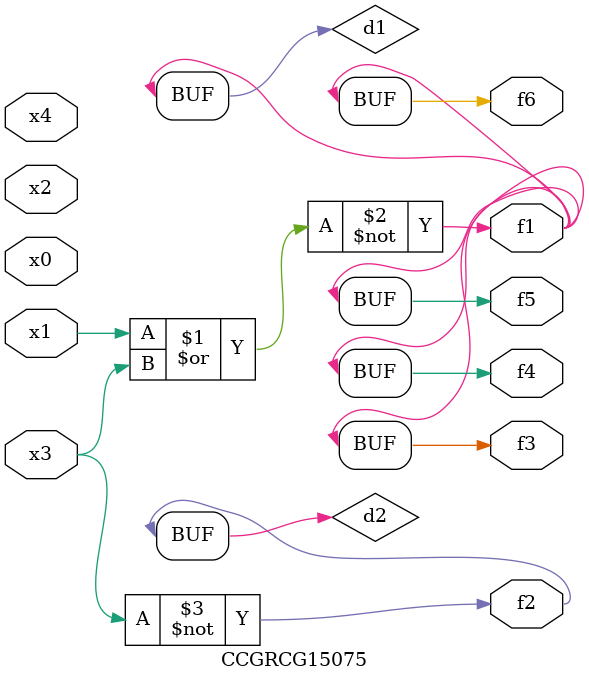
<source format=v>
module CCGRCG15075(
	input x0, x1, x2, x3, x4,
	output f1, f2, f3, f4, f5, f6
);

	wire d1, d2;

	nor (d1, x1, x3);
	not (d2, x3);
	assign f1 = d1;
	assign f2 = d2;
	assign f3 = d1;
	assign f4 = d1;
	assign f5 = d1;
	assign f6 = d1;
endmodule

</source>
